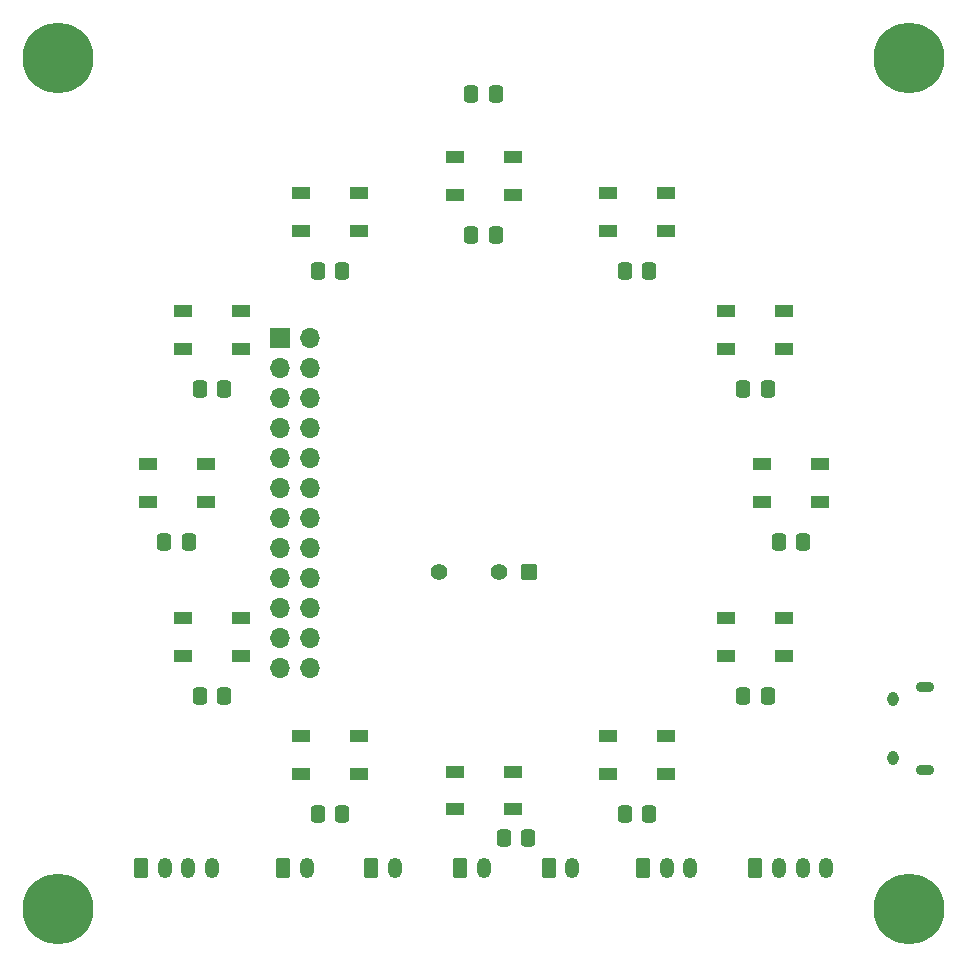
<source format=gbs>
G04 #@! TF.GenerationSoftware,KiCad,Pcbnew,(6.0.5)*
G04 #@! TF.CreationDate,2022-09-29T16:52:04+02:00*
G04 #@! TF.ProjectId,target,74617267-6574-42e6-9b69-6361645f7063,rev?*
G04 #@! TF.SameCoordinates,Original*
G04 #@! TF.FileFunction,Soldermask,Bot*
G04 #@! TF.FilePolarity,Negative*
%FSLAX46Y46*%
G04 Gerber Fmt 4.6, Leading zero omitted, Abs format (unit mm)*
G04 Created by KiCad (PCBNEW (6.0.5)) date 2022-09-29 16:52:04*
%MOMM*%
%LPD*%
G01*
G04 APERTURE LIST*
G04 Aperture macros list*
%AMRoundRect*
0 Rectangle with rounded corners*
0 $1 Rounding radius*
0 $2 $3 $4 $5 $6 $7 $8 $9 X,Y pos of 4 corners*
0 Add a 4 corners polygon primitive as box body*
4,1,4,$2,$3,$4,$5,$6,$7,$8,$9,$2,$3,0*
0 Add four circle primitives for the rounded corners*
1,1,$1+$1,$2,$3*
1,1,$1+$1,$4,$5*
1,1,$1+$1,$6,$7*
1,1,$1+$1,$8,$9*
0 Add four rect primitives between the rounded corners*
20,1,$1+$1,$2,$3,$4,$5,0*
20,1,$1+$1,$4,$5,$6,$7,0*
20,1,$1+$1,$6,$7,$8,$9,0*
20,1,$1+$1,$8,$9,$2,$3,0*%
G04 Aperture macros list end*
%ADD10C,6.000000*%
%ADD11RoundRect,0.250000X-0.350000X-0.625000X0.350000X-0.625000X0.350000X0.625000X-0.350000X0.625000X0*%
%ADD12O,1.200000X1.750000*%
%ADD13O,0.950000X1.250000*%
%ADD14O,1.550000X0.890000*%
%ADD15R,1.700000X1.700000*%
%ADD16O,1.700000X1.700000*%
%ADD17RoundRect,0.250000X-0.337500X-0.475000X0.337500X-0.475000X0.337500X0.475000X-0.337500X0.475000X0*%
%ADD18R,1.500000X1.000000*%
%ADD19RoundRect,0.249200X0.450800X0.450800X-0.450800X0.450800X-0.450800X-0.450800X0.450800X-0.450800X0*%
%ADD20C,1.400000*%
G04 APERTURE END LIST*
D10*
X186000000Y-54000000D03*
X258000000Y-126000000D03*
D11*
X235500000Y-122550000D03*
D12*
X237500000Y-122550000D03*
X239500000Y-122550000D03*
D11*
X227500000Y-122550000D03*
D12*
X229500000Y-122550000D03*
D11*
X220000000Y-122550000D03*
D12*
X222000000Y-122550000D03*
D11*
X193000000Y-122550000D03*
D12*
X195000000Y-122550000D03*
X197000000Y-122550000D03*
X199000000Y-122550000D03*
D11*
X245000000Y-122550000D03*
D12*
X247000000Y-122550000D03*
X249000000Y-122550000D03*
X251000000Y-122550000D03*
D10*
X186000000Y-126000000D03*
X258000000Y-54000000D03*
D13*
X256664000Y-113244000D03*
D14*
X259364000Y-114244000D03*
D13*
X256664000Y-108244000D03*
D14*
X259364000Y-107244000D03*
D11*
X212500000Y-122550000D03*
D12*
X214500000Y-122550000D03*
D11*
X205000000Y-122550000D03*
D12*
X207000000Y-122550000D03*
D15*
X204719000Y-77719000D03*
D16*
X207259000Y-77719000D03*
X204719000Y-80259000D03*
X207259000Y-80259000D03*
X204719000Y-82799000D03*
X207259000Y-82799000D03*
X204719000Y-85339000D03*
X207259000Y-85339000D03*
X204719000Y-87879000D03*
X207259000Y-87879000D03*
X204719000Y-90419000D03*
X207259000Y-90419000D03*
X204719000Y-92959000D03*
X207259000Y-92959000D03*
X204719000Y-95499000D03*
X207259000Y-95499000D03*
X204719000Y-98039000D03*
X207259000Y-98039000D03*
X204719000Y-100579000D03*
X207259000Y-100579000D03*
X204719000Y-103119000D03*
X207259000Y-103119000D03*
X204719000Y-105659000D03*
X207259000Y-105659000D03*
D17*
X197962500Y-108000000D03*
X200037500Y-108000000D03*
D18*
X193550000Y-91600000D03*
X193550000Y-88400000D03*
X198450000Y-88400000D03*
X198450000Y-91600000D03*
D17*
X207962500Y-118000000D03*
X210037500Y-118000000D03*
X243962500Y-82000000D03*
X246037500Y-82000000D03*
D18*
X219550000Y-65600000D03*
X219550000Y-62400000D03*
X224450000Y-62400000D03*
X224450000Y-65600000D03*
D17*
X220962500Y-57000000D03*
X223037500Y-57000000D03*
D18*
X196550000Y-78600000D03*
X196550000Y-75400000D03*
X201450000Y-75400000D03*
X201450000Y-78600000D03*
X242550000Y-104600000D03*
X242550000Y-101400000D03*
X247450000Y-101400000D03*
X247450000Y-104600000D03*
D17*
X223712500Y-120000000D03*
X225787500Y-120000000D03*
D18*
X245550000Y-91600000D03*
X245550000Y-88400000D03*
X250450000Y-88400000D03*
X250450000Y-91600000D03*
X232550000Y-114600000D03*
X232550000Y-111400000D03*
X237450000Y-111400000D03*
X237450000Y-114600000D03*
X206550000Y-114600000D03*
X206550000Y-111400000D03*
X211450000Y-111400000D03*
X211450000Y-114600000D03*
D17*
X207962500Y-72000000D03*
X210037500Y-72000000D03*
D19*
X225800000Y-97485000D03*
D20*
X223260000Y-97485000D03*
X218180000Y-97485000D03*
D17*
X233962500Y-72000000D03*
X236037500Y-72000000D03*
X197962500Y-82000000D03*
X200037500Y-82000000D03*
X194962500Y-95000000D03*
X197037500Y-95000000D03*
X233962500Y-118000000D03*
X236037500Y-118000000D03*
X246962500Y-95000000D03*
X249037500Y-95000000D03*
D18*
X206550000Y-68600000D03*
X206550000Y-65400000D03*
X211450000Y-65400000D03*
X211450000Y-68600000D03*
X242550000Y-78600000D03*
X242550000Y-75400000D03*
X247450000Y-75400000D03*
X247450000Y-78600000D03*
X219550000Y-117600000D03*
X219550000Y-114400000D03*
X224450000Y-114400000D03*
X224450000Y-117600000D03*
D17*
X220962500Y-69000000D03*
X223037500Y-69000000D03*
X243962500Y-108000000D03*
X246037500Y-108000000D03*
D18*
X196550000Y-104600000D03*
X196550000Y-101400000D03*
X201450000Y-101400000D03*
X201450000Y-104600000D03*
X232550000Y-68600000D03*
X232550000Y-65400000D03*
X237450000Y-65400000D03*
X237450000Y-68600000D03*
M02*

</source>
